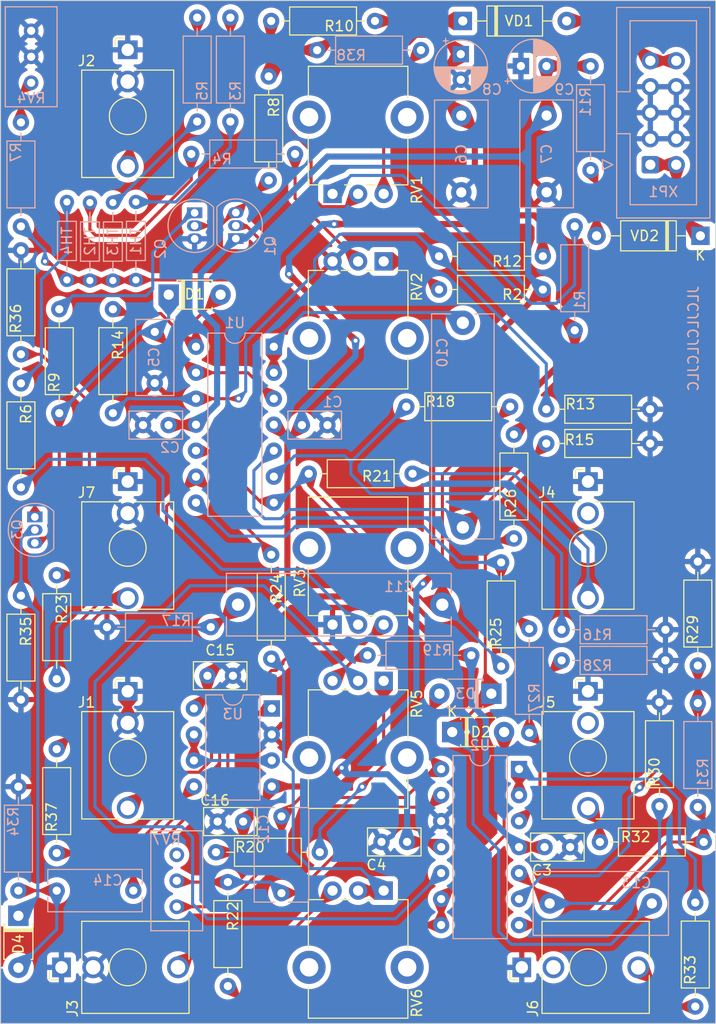
<source format=kicad_pcb>
(kicad_pcb (version 20221018) (generator pcbnew)

  (general
    (thickness 1.6)
  )

  (paper "A4")
  (title_block
    (title "Fireball VCO")
    (date "8/21/2023")
    (rev "2.0 alpha 1")
    (company "Synth Mages")
  )

  (layers
    (0 "F.Cu" signal)
    (31 "B.Cu" signal)
    (32 "B.Adhes" user "B.Adhesive")
    (33 "F.Adhes" user "F.Adhesive")
    (34 "B.Paste" user)
    (35 "F.Paste" user)
    (36 "B.SilkS" user "B.Silkscreen")
    (37 "F.SilkS" user "F.Silkscreen")
    (38 "B.Mask" user)
    (39 "F.Mask" user)
    (40 "Dwgs.User" user "User.Drawings")
    (41 "Cmts.User" user "User.Comments")
    (42 "Eco1.User" user "User.Eco1")
    (43 "Eco2.User" user "User.Eco2")
    (44 "Edge.Cuts" user)
    (45 "Margin" user)
    (46 "B.CrtYd" user "B.Courtyard")
    (47 "F.CrtYd" user "F.Courtyard")
    (48 "B.Fab" user)
    (49 "F.Fab" user)
    (50 "User.1" user)
    (51 "User.2" user)
    (52 "User.3" user)
    (53 "User.4" user)
    (54 "User.5" user)
    (55 "User.6" user)
    (56 "User.7" user)
    (57 "User.8" user)
    (58 "User.9" user)
  )

  (setup
    (stackup
      (layer "F.SilkS" (type "Top Silk Screen"))
      (layer "F.Paste" (type "Top Solder Paste"))
      (layer "F.Mask" (type "Top Solder Mask") (thickness 0.01))
      (layer "F.Cu" (type "copper") (thickness 0.035))
      (layer "dielectric 1" (type "core") (thickness 1.51) (material "FR4") (epsilon_r 4.5) (loss_tangent 0.02))
      (layer "B.Cu" (type "copper") (thickness 0.035))
      (layer "B.Mask" (type "Bottom Solder Mask") (thickness 0.01))
      (layer "B.Paste" (type "Bottom Solder Paste"))
      (layer "B.SilkS" (type "Bottom Silk Screen"))
      (copper_finish "None")
      (dielectric_constraints no)
    )
    (pad_to_mask_clearance 0)
    (grid_origin 84.5 17.5)
    (pcbplotparams
      (layerselection 0x00010fc_ffffffff)
      (plot_on_all_layers_selection 0x0000000_00000000)
      (disableapertmacros false)
      (usegerberextensions false)
      (usegerberattributes true)
      (usegerberadvancedattributes true)
      (creategerberjobfile true)
      (dashed_line_dash_ratio 12.000000)
      (dashed_line_gap_ratio 3.000000)
      (svgprecision 6)
      (plotframeref false)
      (viasonmask true)
      (mode 1)
      (useauxorigin true)
      (hpglpennumber 1)
      (hpglpenspeed 20)
      (hpglpendiameter 15.000000)
      (dxfpolygonmode true)
      (dxfimperialunits true)
      (dxfusepcbnewfont true)
      (psnegative false)
      (psa4output false)
      (plotreference true)
      (plotvalue true)
      (plotinvisibletext false)
      (sketchpadsonfab false)
      (subtractmaskfromsilk false)
      (outputformat 1)
      (mirror false)
      (drillshape 0)
      (scaleselection 1)
      (outputdirectory "./gerbers")
    )
  )

  (net 0 "")
  (net 1 "+12V")
  (net 2 "GNDREF")
  (net 3 "-12V")
  (net 4 "Net-(D1-K)")
  (net 5 "Net-(U1A--)")
  (net 6 "Net-(U1B-+)")
  (net 7 "Net-(U1C-+)")
  (net 8 "Net-(U2C-+)")
  (net 9 "Net-(U2D--)")
  (net 10 "Net-(D3-A)")
  (net 11 "Net-(D2-K)")
  (net 12 "Net-(U2B-+)")
  (net 13 "Net-(D4-A)")
  (net 14 "Net-(D1-A)")
  (net 15 "Net-(C14-Pad1)")
  (net 16 "Net-(D2-A)")
  (net 17 "Net-(D4-K)")
  (net 18 "Net-(R1-Pad1)")
  (net 19 "Net-(Q1-B)")
  (net 20 "Net-(R3-Pad1)")
  (net 21 "Net-(R3-Pad2)")
  (net 22 "Net-(R4-Pad1)")
  (net 23 "Net-(R4-Pad2)")
  (net 24 "Net-(R5-Pad1)")
  (net 25 "Net-(J2-PadT)")
  (net 26 "Net-(R6-Pad1)")
  (net 27 "Net-(R6-Pad2)")
  (net 28 "Net-(R7-Pad2)")
  (net 29 "Net-(Q1-E)")
  (net 30 "Net-(Q2-C)")
  (net 31 "Net-(Q3-E)")
  (net 32 "Net-(R2-Pad2)")
  (net 33 "Net-(R19-Pad2)")
  (net 34 "Net-(R20-Pad1)")
  (net 35 "Net-(J4-PadT)")
  (net 36 "Net-(VD1-K)")
  (net 37 "Net-(R23-Pad2)")
  (net 38 "Net-(R24-Pad2)")
  (net 39 "Net-(R25-Pad2)")
  (net 40 "Net-(VD2-A)")
  (net 41 "Net-(U1D-+)")
  (net 42 "Net-(R31-Pad1)")
  (net 43 "Net-(J5-PadT)")
  (net 44 "Net-(J6-PadT)")
  (net 45 "Net-(U1B--)")
  (net 46 "/FM IN LVL")
  (net 47 "Net-(J3-PadT)")
  (net 48 "unconnected-(RV7-Pad1)")
  (net 49 "Net-(U1C--)")
  (net 50 "Net-(U2A-+)")
  (net 51 "Net-(U2B--)")
  (net 52 "Net-(U2A--)")
  (net 53 "unconnected-(J4-PadTN)")
  (net 54 "unconnected-(J5-PadTN)")
  (net 55 "unconnected-(J6-PadTN)")
  (net 56 "Net-(J7-PadT)")
  (net 57 "Net-(U3B-+)")
  (net 58 "Net-(U3A-+)")
  (net 59 "Net-(VD1-A)")
  (net 60 "Net-(VD2-K)")
  (net 61 "Net-(R38-Pad2)")

  (footprint "Capacitor_THT:C_Disc_D5.0mm_W2.5mm_P2.50mm" (layer "F.Cu") (at 144.85 124.15))

  (footprint "SynthMages:Jack_3.5mm_QingPu_WQP-PJ398SM_Vertical_CircularHoles_Socket_Centered" (layer "F.Cu") (at 136.05 117.9))

  (footprint "Resistor_THT:R_Axial_DIN0207_L6.3mm_D2.5mm_P10.16mm_Horizontal" (layer "F.Cu") (at 145.85 130.07 -90))

  (footprint "SynthMages:Potentiometer_Alpha_RD901F-40-00D_Single_Vertical_CircularHoles_Shaft_Centered" (layer "F.Cu") (at 158.6 76.9 -90))

  (footprint "Resistor_THT:R_Axial_DIN0207_L6.3mm_D2.5mm_P10.16mm_Horizontal" (layer "F.Cu") (at 163.93 90.15 180))

  (footprint "SynthMages:Jack_3.5mm_QingPu_WQP-PJ398SM_Vertical_CircularHoles_Socket_Centered" (layer "F.Cu") (at 181.1 117.9))

  (footprint "Resistor_THT:R_Axial_DIN0207_L6.3mm_D2.5mm_P10.16mm_Horizontal" (layer "F.Cu") (at 125.6 81.32 -90))

  (footprint "SynthMages:Jack_3.5mm_QingPu_WQP-PJ398SM_Vertical_CircularHoles_Socket_Centered" (layer "F.Cu") (at 136.05 97.4))

  (footprint "Resistor_THT:R_Axial_DIN0207_L6.3mm_D2.5mm_P10.16mm_Horizontal" (layer "F.Cu") (at 182.27 126.15))

  (footprint "SynthMages:Jack_3.5mm_QingPu_WQP-PJ398SM_Vertical_CircularHoles_Socket_Centered" (layer "F.Cu") (at 181.1 138.4 90))

  (footprint "SynthMages:Jack_3.5mm_QingPu_WQP-PJ398SM_Vertical_CircularHoles_Socket_Centered" (layer "F.Cu") (at 136.05 55.2))

  (footprint "Resistor_THT:R_Axial_DIN0207_L6.3mm_D2.5mm_P10.16mm_Horizontal" (layer "F.Cu") (at 150.1 98.07 -90))

  (footprint "Resistor_THT:R_Axial_DIN0207_L6.3mm_D2.5mm_P10.16mm_Horizontal" (layer "F.Cu") (at 191.6 142.23 90))

  (footprint "Resistor_THT:R_Axial_DIN0207_L6.3mm_D2.5mm_P10.16mm_Horizontal" (layer "F.Cu") (at 160.25 45.9 180))

  (footprint "Resistor_THT:R_Axial_DIN0207_L6.3mm_D2.5mm_P10.16mm_Horizontal" (layer "F.Cu") (at 191.85 108.9 90))

  (footprint "Capacitor_THT:C_Disc_D5.0mm_W2.5mm_P2.50mm" (layer "F.Cu") (at 143.85 109.9))

  (footprint "Capacitor_THT:C_Disc_D5.0mm_W2.5mm_P2.50mm" (layer "F.Cu") (at 160.89 126.14))

  (footprint "Resistor_THT:R_Axial_DIN0207_L6.3mm_D2.5mm_P10.16mm_Horizontal" (layer "F.Cu") (at 177.02 87.2))

  (footprint "SynthMages:Potentiometer_Alpha_RD901F-40-00D_Single_Vertical_CircularHoles_Shaft_Centered" (layer "F.Cu") (at 158.6 117.9 -90))

  (footprint "Resistor_THT:R_Axial_DIN0207_L6.3mm_D2.5mm_P10.16mm_Horizontal" (layer "F.Cu") (at 176.68 68.9 180))

  (footprint "Diode_THT:D_A-405_P10.16mm_Horizontal" (layer "F.Cu") (at 192.1 66.9 180))

  (footprint "Capacitor_THT:C_Disc_D5.0mm_W2.5mm_P2.50mm" (layer "F.Cu") (at 176.85 126.65))

  (footprint "Diode_THT:D_T-1_P5.08mm_Horizontal" (layer "F.Cu") (at 167.81 115.4))

  (footprint "SynthMages:Jack_3.5mm_QingPu_WQP-PJ398SM_Vertical_CircularHoles_Socket_Centered" (layer "F.Cu") (at 136.05 138.4 90))

  (footprint "Resistor_THT:R_Axial_DIN0207_L6.3mm_D2.5mm_P10.16mm_Horizontal" (layer "F.Cu") (at 125.6 78.48 90))

  (footprint "Diode_THT:D_T-1_P5.08mm_Horizontal" (layer "F.Cu") (at 140.06 72.65))

  (footprint "Resistor_THT:R_Axial_DIN0207_L6.3mm_D2.5mm_P10.16mm_Horizontal" (layer "F.Cu") (at 176.68 72.15 180))

  (footprint "Resistor_THT:R_Axial_DIN0207_L6.3mm_D2.5mm_P10.16mm_Horizontal" (layer "F.Cu") (at 129.1 127.23 90))

  (footprint "Resistor_THT:R_Axial_DIN0207_L6.3mm_D2.5mm_P10.16mm_Horizontal" (layer "F.Cu") (at 125.6 102.07 -90))

  (footprint "SynthMages:Potentiometer_Alpha_RD901F-40-00D_Single_Vertical_CircularHoles_Shaft_Centered" (layer "F.Cu") (at 158.6 55.3 90))

  (footprint "Resistor_THT:R_Axial_DIN0207_L6.3mm_D2.5mm_P10.16mm_Horizontal" (layer "F.Cu") (at 188.1 122.65 90))

  (footprint "Resistor_THT:R_Axial_DIN0207_L6.3mm_D2.5mm_P10.16mm_Horizontal" (layer "F.Cu") (at 154.85 127.15 180))

  (footprint "Resistor_THT:R_Axial_DIN0207_L6.3mm_D2.5mm_P10.16mm_Horizontal" (layer "F.Cu") (at 149.85 51.32 -90))

  (footprint "Diode_THT:D_T-1_P5.08mm_Horizontal" (layer "F.Cu") (at 125.35 133.36 -90))

  (footprint "Resistor_THT:R_Axial_DIN0207_L6.3mm_D2.5mm_P10.16mm_Horizontal" (layer "F.Cu") (at 177.02 83.85))

  (footprint "Resistor_THT:R_Axial_DIN0207_L6.3mm_D2.5mm_P10.16mm_Horizontal" (layer "F.Cu") (at 172.6 108.98 90))

  (footprint "SynthMages:Potentiometer_Alpha_RD901F-40-00D_Single_Vertical_CircularHoles_Shaft_Centered" (layer "F.Cu") (at 158.6 97.4 90))

  (footprint "Resistor_THT:R_Axial_DIN0207_L6.3mm_D2.5mm_P10.16mm_Horizontal" (layer "F.Cu") (at 129.35 84.23 90))

  (footprint "Resistor_THT:R_Axial_DIN0207_L6.3mm_D2.5mm_P10.16mm_Horizontal" (layer "F.Cu") (at 129.1 100.07 -90))

  (footprint "Resistor_THT:R_Axial_DIN0207_L6.3mm_D2.5mm_P10.16mm_Horizontal" (layer "F.Cu") (at 173.85 96.48 90))

  (footprint "Resistor_THT:R_Axial_DIN0207_L6.3mm_D2.5mm_P10.16mm_Horizontal" (layer "F.Cu") (at 163.32 83.6))

  (footprint "Resistor_THT:R_Axial_DIN0207_L6.3mm_D2.5mm_P10.16mm_Horizontal" (layer "F.Cu")
    (tstamp ef45aa31-738c-4876-b96b-dfb1cb60936c)
    (at 134.6 74.07 -90)
    (descr "Resistor, Axial_DIN0207 series, Axial, Horizontal, pin pitch=10.16mm, 0.25W = 1/4W, length*diameter=6.3*2.5mm^2, http://cdn-reichelt.de/documents/datenblatt/B400/1_4W%23YAG.pdf")
    (tags "Resistor Axial_DIN0207 series Axial Horizontal pin pitch 10.16mm 0.25W = 1/4W length 6.3mm diameter 2.5mm")
    (property "Sheetfile" "Fireball.kicad_sch")
    (property "Sheetname" "")
    (property "ki_description" "Resistor, small symbol")
    (property "ki_keywords" "R resistor")
    (path "/5053762d-595d-4786-a0a2-113524060ce2")
    (attr through_hole)
    (fp_text reference "R14" (at 3.5 -0.5 90) (layer "F.SilkS")
        (effects (font (size 1 1) (thickness 0.15)))
      (tstamp 52b70405-5244-4a5f-8725-f2eea049a535)
    )
    (fp_text value "200K" (at 6.5 0.5 90) (layer "F.Fab")
        (effects (font (size 1 1) (thickness 0.15)))
      (tstamp 789b570a-1f51-4f3e-b407-ce5c448c500f)
    )
    
... [1560596 chars truncated]
</source>
